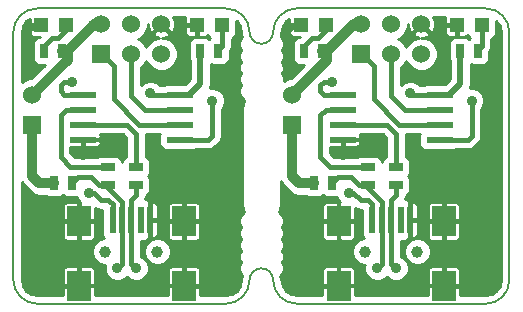
<source format=gtl>
G04 (created by PCBNEW (2012-nov-02)-testing) date Sun 20 Jan 2013 14:43:11 CET*
%MOIN*%
G04 Gerber Fmt 3.4, Leading zero omitted, Abs format*
%FSLAX34Y34*%
G01*
G70*
G90*
G04 APERTURE LIST*
%ADD10C,0.006*%
%ADD11C,0.00590551*%
%ADD12R,0.045X0.025*%
%ADD13R,0.025X0.045*%
%ADD14R,0.06X0.06*%
%ADD15C,0.06*%
%ADD16R,0.0787X0.0984*%
%ADD17R,0.0197X0.0886*%
%ADD18C,0.0394*%
%ADD19R,0.0866142X0.019685*%
%ADD20R,0.0472X0.0472*%
%ADD21C,0.035*%
%ADD22C,0.015*%
%ADD23C,0.032*%
%ADD24C,0.02*%
%ADD25C,0.01*%
G04 APERTURE END LIST*
G54D10*
G54D11*
X48031Y-48425D02*
G75*
G03X47637Y-48031I-393J0D01*
G74*
G01*
X47637Y-48031D02*
G75*
G03X47244Y-48425I0J-393D01*
G74*
G01*
X47244Y-40157D02*
G75*
G03X47637Y-40551I393J0D01*
G74*
G01*
X47637Y-40551D02*
G75*
G03X48031Y-40157I0J393D01*
G74*
G01*
X39370Y-48425D02*
G75*
G03X40157Y-49212I787J0D01*
G74*
G01*
X46456Y-39370D02*
X40157Y-39370D01*
X40157Y-49212D02*
X46456Y-49212D01*
X39370Y-40157D02*
X39370Y-48425D01*
X46456Y-49212D02*
G75*
G03X47244Y-48425I0J787D01*
G74*
G01*
X47244Y-40157D02*
G75*
G03X46456Y-39370I-787J0D01*
G74*
G01*
X40157Y-39370D02*
G75*
G03X39370Y-40157I0J-787D01*
G74*
G01*
X48031Y-48425D02*
G75*
G03X48818Y-49212I787J0D01*
G74*
G01*
X55118Y-39370D02*
X48818Y-39370D01*
X55905Y-48425D02*
X55905Y-40157D01*
X48818Y-49212D02*
X55118Y-49212D01*
X55118Y-49212D02*
G75*
G03X55905Y-48425I0J787D01*
G74*
G01*
X55905Y-40157D02*
G75*
G03X55118Y-39370I-787J0D01*
G74*
G01*
X48818Y-39370D02*
G75*
G03X48031Y-40157I0J-787D01*
G74*
G01*
G54D12*
X42519Y-45260D03*
X42519Y-44660D03*
X43464Y-45260D03*
X43464Y-44660D03*
G54D13*
X41323Y-45196D03*
X40723Y-45196D03*
X45605Y-40787D03*
X46205Y-40787D03*
G54D14*
X42307Y-40893D03*
G54D15*
X42307Y-39893D03*
X43307Y-40893D03*
X43307Y-39893D03*
X44307Y-40893D03*
X44307Y-39893D03*
G54D14*
X40000Y-43255D03*
G54D15*
X40000Y-42255D03*
G54D16*
X45059Y-48610D03*
X45059Y-46464D03*
X41555Y-48610D03*
X41555Y-46464D03*
G54D17*
X43307Y-46415D03*
X43622Y-46415D03*
X43937Y-46415D03*
X42992Y-46415D03*
X42677Y-46415D03*
G54D18*
X44173Y-47480D03*
X42441Y-47480D03*
G54D19*
X44921Y-42242D03*
X44921Y-42742D03*
X44921Y-43242D03*
X44921Y-43742D03*
X41692Y-42242D03*
X41692Y-42742D03*
X41692Y-43242D03*
X41692Y-43742D03*
G54D13*
X41008Y-40787D03*
X40408Y-40787D03*
G54D20*
X46318Y-39921D03*
X45492Y-39921D03*
X41121Y-39921D03*
X40295Y-39921D03*
G54D12*
X51181Y-45260D03*
X51181Y-44660D03*
X52125Y-45260D03*
X52125Y-44660D03*
G54D13*
X49985Y-45196D03*
X49385Y-45196D03*
X54266Y-40787D03*
X54866Y-40787D03*
G54D14*
X50968Y-40893D03*
G54D15*
X50968Y-39893D03*
X51968Y-40893D03*
X51968Y-39893D03*
X52968Y-40893D03*
X52968Y-39893D03*
G54D14*
X48661Y-43255D03*
G54D15*
X48661Y-42255D03*
G54D16*
X53720Y-48610D03*
X53720Y-46464D03*
X50216Y-48610D03*
X50216Y-46464D03*
G54D17*
X51968Y-46415D03*
X52283Y-46415D03*
X52598Y-46415D03*
X51653Y-46415D03*
X51338Y-46415D03*
G54D18*
X52834Y-47480D03*
X51102Y-47480D03*
G54D19*
X53582Y-42242D03*
X53582Y-42742D03*
X53582Y-43242D03*
X53582Y-43742D03*
X50354Y-42242D03*
X50354Y-42742D03*
X50354Y-43242D03*
X50354Y-43742D03*
G54D13*
X49670Y-40787D03*
X49070Y-40787D03*
G54D20*
X54979Y-39921D03*
X54153Y-39921D03*
X49783Y-39921D03*
X48957Y-39921D03*
G54D21*
X41889Y-45511D03*
X50551Y-45511D03*
X45984Y-42440D03*
X54645Y-42440D03*
X41338Y-41811D03*
X50000Y-41811D03*
X45000Y-41653D03*
X39842Y-41259D03*
X41692Y-44251D03*
X40275Y-46220D03*
X46141Y-46259D03*
X40787Y-48622D03*
X45984Y-48622D03*
X53661Y-41653D03*
X48503Y-41259D03*
X50354Y-44251D03*
X48937Y-46220D03*
X54803Y-46259D03*
X49448Y-48622D03*
X54645Y-48622D03*
X42834Y-48031D03*
X51496Y-48031D03*
X43464Y-48031D03*
X52125Y-48031D03*
X43937Y-42204D03*
X52598Y-42204D03*
G54D22*
X41889Y-45511D02*
X42047Y-45511D01*
X42677Y-45905D02*
X42677Y-46415D01*
X42519Y-45748D02*
X42677Y-45905D01*
X42283Y-45748D02*
X42519Y-45748D01*
X42047Y-45511D02*
X42283Y-45748D01*
X50551Y-45511D02*
X50708Y-45511D01*
X51338Y-45905D02*
X51338Y-46415D01*
X51181Y-45748D02*
X51338Y-45905D01*
X50944Y-45748D02*
X51181Y-45748D01*
X50708Y-45511D02*
X50944Y-45748D01*
X44921Y-43242D02*
X43557Y-43242D01*
X42716Y-41303D02*
X42307Y-40893D01*
X42716Y-42401D02*
X42716Y-41303D01*
X43557Y-43242D02*
X42716Y-42401D01*
X53582Y-43242D02*
X52218Y-43242D01*
X51377Y-41303D02*
X50968Y-40893D01*
X51377Y-42401D02*
X51377Y-41303D01*
X52218Y-43242D02*
X51377Y-42401D01*
X44921Y-43742D02*
X45864Y-43742D01*
X45984Y-43622D02*
X45984Y-42440D01*
X45864Y-43742D02*
X45984Y-43622D01*
X53582Y-43742D02*
X54525Y-43742D01*
X54645Y-43622D02*
X54645Y-42440D01*
X54525Y-43742D02*
X54645Y-43622D01*
X41692Y-42242D02*
X41061Y-42242D01*
X41062Y-41811D02*
X41338Y-41811D01*
X40944Y-41929D02*
X41062Y-41811D01*
X40944Y-42125D02*
X40944Y-41929D01*
X41061Y-42242D02*
X40944Y-42125D01*
X50354Y-42242D02*
X49722Y-42242D01*
X49724Y-41811D02*
X50000Y-41811D01*
X49606Y-41929D02*
X49724Y-41811D01*
X49606Y-42125D02*
X49606Y-41929D01*
X49722Y-42242D02*
X49606Y-42125D01*
X44921Y-42742D02*
X43765Y-42742D01*
X43307Y-42283D02*
X43307Y-40893D01*
X43765Y-42742D02*
X43307Y-42283D01*
X53582Y-42742D02*
X52427Y-42742D01*
X51968Y-42283D02*
X51968Y-40893D01*
X52427Y-42742D02*
X51968Y-42283D01*
G54D23*
X41181Y-40787D02*
X41181Y-41074D01*
X41181Y-41074D02*
X40000Y-42255D01*
X41008Y-40787D02*
X41181Y-40787D01*
X42074Y-39893D02*
X42307Y-39893D01*
X41181Y-40787D02*
X42074Y-39893D01*
X49842Y-40787D02*
X49842Y-41074D01*
X49842Y-41074D02*
X48661Y-42255D01*
X49670Y-40787D02*
X49842Y-40787D01*
X50736Y-39893D02*
X50968Y-39893D01*
X49842Y-40787D02*
X50736Y-39893D01*
G54D22*
X40295Y-39921D02*
X40078Y-39921D01*
X39842Y-40157D02*
X39842Y-41259D01*
X40078Y-39921D02*
X39842Y-40157D01*
X41692Y-43742D02*
X41692Y-44251D01*
X41555Y-46464D02*
X40519Y-46464D01*
X40519Y-46464D02*
X40275Y-46220D01*
X45059Y-46464D02*
X45937Y-46464D01*
X45937Y-46464D02*
X46141Y-46259D01*
X41555Y-48610D02*
X40799Y-48610D01*
X40799Y-48610D02*
X40787Y-48622D01*
X45059Y-48610D02*
X45972Y-48610D01*
X45972Y-48610D02*
X45984Y-48622D01*
X43937Y-46415D02*
X43937Y-45708D01*
X43937Y-45708D02*
X43937Y-45708D01*
X43937Y-46415D02*
X43937Y-47047D01*
X43937Y-47047D02*
X43937Y-47047D01*
X48957Y-39921D02*
X48740Y-39921D01*
X48503Y-40157D02*
X48503Y-41259D01*
X48740Y-39921D02*
X48503Y-40157D01*
X50354Y-43742D02*
X50354Y-44251D01*
X50216Y-46464D02*
X49180Y-46464D01*
X49180Y-46464D02*
X48937Y-46220D01*
X53720Y-46464D02*
X54598Y-46464D01*
X54598Y-46464D02*
X54803Y-46259D01*
X50216Y-48610D02*
X49460Y-48610D01*
X49460Y-48610D02*
X49448Y-48622D01*
X53720Y-48610D02*
X54633Y-48610D01*
X54633Y-48610D02*
X54645Y-48622D01*
X52598Y-46415D02*
X52598Y-45708D01*
X52598Y-45708D02*
X52598Y-45708D01*
X52598Y-46415D02*
X52598Y-47047D01*
X52598Y-47047D02*
X52598Y-47047D01*
X41121Y-39921D02*
X41121Y-40098D01*
X40408Y-40614D02*
X40408Y-40787D01*
X40669Y-40354D02*
X40408Y-40614D01*
X40866Y-40354D02*
X40669Y-40354D01*
X41121Y-40098D02*
X40866Y-40354D01*
X42519Y-44660D02*
X41274Y-44660D01*
X41116Y-42742D02*
X41692Y-42742D01*
X40944Y-42913D02*
X41116Y-42742D01*
X40944Y-44330D02*
X40944Y-42913D01*
X41274Y-44660D02*
X40944Y-44330D01*
X51181Y-44660D02*
X49936Y-44660D01*
X49777Y-42742D02*
X50354Y-42742D01*
X49606Y-42913D02*
X49777Y-42742D01*
X49606Y-44330D02*
X49606Y-42913D01*
X49936Y-44660D02*
X49606Y-44330D01*
X43464Y-44660D02*
X43464Y-43543D01*
X43163Y-43242D02*
X41692Y-43242D01*
X43464Y-43543D02*
X43163Y-43242D01*
X52125Y-44660D02*
X52125Y-43543D01*
X51824Y-43242D02*
X50354Y-43242D01*
X52125Y-43543D02*
X51824Y-43242D01*
X49783Y-39921D02*
X49783Y-40098D01*
X49070Y-40614D02*
X49070Y-40787D01*
X49330Y-40354D02*
X49070Y-40614D01*
X49527Y-40354D02*
X49330Y-40354D01*
X49783Y-40098D02*
X49527Y-40354D01*
X42992Y-47874D02*
X42992Y-46415D01*
X42834Y-48031D02*
X42992Y-47874D01*
X42519Y-45260D02*
X42229Y-45260D01*
X41520Y-45000D02*
X41323Y-45196D01*
X41968Y-45000D02*
X41520Y-45000D01*
X42229Y-45260D02*
X41968Y-45000D01*
X42992Y-46415D02*
X42992Y-45826D01*
X42519Y-45354D02*
X42519Y-45260D01*
X42992Y-45826D02*
X42519Y-45354D01*
X51653Y-47874D02*
X51653Y-46415D01*
X51496Y-48031D02*
X51653Y-47874D01*
X51181Y-45260D02*
X50890Y-45260D01*
X50181Y-45000D02*
X49985Y-45196D01*
X50629Y-45000D02*
X50181Y-45000D01*
X50890Y-45260D02*
X50629Y-45000D01*
X51653Y-46415D02*
X51653Y-45826D01*
X51181Y-45354D02*
X51181Y-45260D01*
X51653Y-45826D02*
X51181Y-45354D01*
X43307Y-47874D02*
X43307Y-46415D01*
X43464Y-48031D02*
X43307Y-47874D01*
X43307Y-46415D02*
X43307Y-45748D01*
X43464Y-45590D02*
X43464Y-45260D01*
X43307Y-45748D02*
X43464Y-45590D01*
X51968Y-47874D02*
X51968Y-46415D01*
X52125Y-48031D02*
X51968Y-47874D01*
X51968Y-46415D02*
X51968Y-45748D01*
X52125Y-45590D02*
X52125Y-45260D01*
X51968Y-45748D02*
X52125Y-45590D01*
X46205Y-40787D02*
X46205Y-40723D01*
X46318Y-40610D02*
X46318Y-39921D01*
X46205Y-40723D02*
X46318Y-40610D01*
X54866Y-40787D02*
X54866Y-40723D01*
X54979Y-40610D02*
X54979Y-39921D01*
X54866Y-40723D02*
X54979Y-40610D01*
X44921Y-42242D02*
X43974Y-42242D01*
X43974Y-42242D02*
X43937Y-42204D01*
G54D24*
X44921Y-42242D02*
X45238Y-42242D01*
X45605Y-41874D02*
X45605Y-40787D01*
X45238Y-42242D02*
X45605Y-41874D01*
G54D23*
X40723Y-45196D02*
X40236Y-45196D01*
X40236Y-45196D02*
X40000Y-44960D01*
X40000Y-44960D02*
X40000Y-43255D01*
G54D22*
X53582Y-42242D02*
X52635Y-42242D01*
X52635Y-42242D02*
X52598Y-42204D01*
G54D24*
X53582Y-42242D02*
X53899Y-42242D01*
X54266Y-41874D02*
X54266Y-40787D01*
X53899Y-42242D02*
X54266Y-41874D01*
G54D23*
X49385Y-45196D02*
X48897Y-45196D01*
X48897Y-45196D02*
X48661Y-44960D01*
X48661Y-44960D02*
X48661Y-43255D01*
G54D10*
G36*
X40413Y-41262D02*
X39970Y-41705D01*
X39891Y-41705D01*
X39688Y-41789D01*
X39649Y-41828D01*
X39649Y-40185D01*
X39693Y-39964D01*
X39801Y-39802D01*
X39909Y-39730D01*
X39909Y-39858D01*
X39947Y-39896D01*
X40220Y-39896D01*
X40270Y-39896D01*
X40320Y-39896D01*
X40320Y-39946D01*
X40270Y-39946D01*
X40220Y-39946D01*
X39947Y-39946D01*
X39909Y-39983D01*
X39909Y-40127D01*
X39909Y-40187D01*
X39932Y-40242D01*
X39974Y-40284D01*
X40029Y-40307D01*
X40233Y-40307D01*
X40256Y-40307D01*
X40251Y-40312D01*
X40234Y-40312D01*
X40142Y-40350D01*
X40071Y-40420D01*
X40033Y-40512D01*
X40033Y-40611D01*
X40033Y-41061D01*
X40071Y-41153D01*
X40141Y-41224D01*
X40233Y-41262D01*
X40333Y-41262D01*
X40413Y-41262D01*
X40413Y-41262D01*
G37*
G54D25*
X40413Y-41262D02*
X39970Y-41705D01*
X39891Y-41705D01*
X39688Y-41789D01*
X39649Y-41828D01*
X39649Y-40185D01*
X39693Y-39964D01*
X39801Y-39802D01*
X39909Y-39730D01*
X39909Y-39858D01*
X39947Y-39896D01*
X40220Y-39896D01*
X40270Y-39896D01*
X40320Y-39896D01*
X40320Y-39946D01*
X40270Y-39946D01*
X40220Y-39946D01*
X39947Y-39946D01*
X39909Y-39983D01*
X39909Y-40127D01*
X39909Y-40187D01*
X39932Y-40242D01*
X39974Y-40284D01*
X40029Y-40307D01*
X40233Y-40307D01*
X40256Y-40307D01*
X40251Y-40312D01*
X40234Y-40312D01*
X40142Y-40350D01*
X40071Y-40420D01*
X40033Y-40512D01*
X40033Y-40611D01*
X40033Y-41061D01*
X40071Y-41153D01*
X40141Y-41224D01*
X40233Y-41262D01*
X40333Y-41262D01*
X40413Y-41262D01*
G54D10*
G36*
X43139Y-44306D02*
X43098Y-44323D01*
X43027Y-44393D01*
X42992Y-44479D01*
X42956Y-44394D01*
X42886Y-44323D01*
X42794Y-44285D01*
X42695Y-44285D01*
X42276Y-44285D01*
X42276Y-43870D01*
X42275Y-43804D01*
X42238Y-43767D01*
X41717Y-43767D01*
X41717Y-43953D01*
X41755Y-43990D01*
X42096Y-43990D01*
X42155Y-43990D01*
X42211Y-43967D01*
X42253Y-43925D01*
X42276Y-43870D01*
X42276Y-44285D01*
X42245Y-44285D01*
X42153Y-44323D01*
X42141Y-44335D01*
X41409Y-44335D01*
X41269Y-44196D01*
X41269Y-43990D01*
X41289Y-43990D01*
X41630Y-43990D01*
X41667Y-43953D01*
X41667Y-43817D01*
X41667Y-43767D01*
X41667Y-43717D01*
X41717Y-43717D01*
X41767Y-43717D01*
X42238Y-43717D01*
X42275Y-43679D01*
X42276Y-43613D01*
X42256Y-43567D01*
X43028Y-43567D01*
X43139Y-43677D01*
X43139Y-44306D01*
X43139Y-44306D01*
G37*
G54D25*
X43139Y-44306D02*
X43098Y-44323D01*
X43027Y-44393D01*
X42992Y-44479D01*
X42956Y-44394D01*
X42886Y-44323D01*
X42794Y-44285D01*
X42695Y-44285D01*
X42276Y-44285D01*
X42276Y-43870D01*
X42275Y-43804D01*
X42238Y-43767D01*
X41717Y-43767D01*
X41717Y-43953D01*
X41755Y-43990D01*
X42096Y-43990D01*
X42155Y-43990D01*
X42211Y-43967D01*
X42253Y-43925D01*
X42276Y-43870D01*
X42276Y-44285D01*
X42245Y-44285D01*
X42153Y-44323D01*
X42141Y-44335D01*
X41409Y-44335D01*
X41269Y-44196D01*
X41269Y-43990D01*
X41289Y-43990D01*
X41630Y-43990D01*
X41667Y-43953D01*
X41667Y-43817D01*
X41667Y-43767D01*
X41667Y-43717D01*
X41717Y-43717D01*
X41767Y-43717D01*
X42238Y-43717D01*
X42275Y-43679D01*
X42276Y-43613D01*
X42256Y-43567D01*
X43028Y-43567D01*
X43139Y-43677D01*
X43139Y-44306D01*
G54D10*
G36*
X45930Y-40358D02*
X45905Y-40383D01*
X45872Y-40350D01*
X45780Y-40312D01*
X45681Y-40312D01*
X45467Y-40312D01*
X45467Y-40269D01*
X45467Y-39946D01*
X45144Y-39946D01*
X45106Y-39983D01*
X45106Y-40127D01*
X45106Y-40187D01*
X45129Y-40242D01*
X45171Y-40284D01*
X45226Y-40307D01*
X45430Y-40307D01*
X45467Y-40269D01*
X45467Y-40312D01*
X45431Y-40312D01*
X45339Y-40350D01*
X45268Y-40420D01*
X45230Y-40512D01*
X45230Y-40611D01*
X45230Y-41061D01*
X45255Y-41122D01*
X45255Y-41729D01*
X45093Y-41892D01*
X44921Y-41892D01*
X44913Y-41893D01*
X44438Y-41893D01*
X44381Y-41917D01*
X44250Y-41917D01*
X44178Y-41844D01*
X44021Y-41779D01*
X43852Y-41779D01*
X43696Y-41844D01*
X43632Y-41908D01*
X43632Y-41346D01*
X43773Y-41205D01*
X43807Y-41123D01*
X43840Y-41204D01*
X43995Y-41359D01*
X44197Y-41443D01*
X44416Y-41443D01*
X44618Y-41360D01*
X44773Y-41205D01*
X44856Y-41003D01*
X44857Y-40784D01*
X44773Y-40582D01*
X44619Y-40427D01*
X44416Y-40343D01*
X44310Y-40343D01*
X44403Y-40342D01*
X44556Y-40279D01*
X44586Y-40208D01*
X44307Y-39929D01*
X44027Y-40208D01*
X44058Y-40279D01*
X44220Y-40343D01*
X44198Y-40343D01*
X43995Y-40427D01*
X43841Y-40581D01*
X43807Y-40663D01*
X43773Y-40582D01*
X43619Y-40427D01*
X43537Y-40393D01*
X43618Y-40360D01*
X43773Y-40205D01*
X43856Y-40003D01*
X43857Y-39896D01*
X43858Y-39990D01*
X43921Y-40142D01*
X43992Y-40173D01*
X44236Y-39929D01*
X44236Y-39929D01*
X44271Y-39893D01*
X44307Y-39858D01*
X44377Y-39929D01*
X44622Y-40173D01*
X44692Y-40142D01*
X44758Y-39976D01*
X44755Y-39797D01*
X44694Y-39649D01*
X45108Y-39649D01*
X45106Y-39655D01*
X45106Y-39714D01*
X45106Y-39858D01*
X45144Y-39896D01*
X45417Y-39896D01*
X45467Y-39896D01*
X45517Y-39896D01*
X45517Y-39946D01*
X45517Y-39996D01*
X45517Y-40269D01*
X45555Y-40307D01*
X45758Y-40307D01*
X45813Y-40284D01*
X45849Y-40248D01*
X45870Y-40298D01*
X45930Y-40358D01*
X45930Y-40358D01*
G37*
G54D25*
X45930Y-40358D02*
X45905Y-40383D01*
X45872Y-40350D01*
X45780Y-40312D01*
X45681Y-40312D01*
X45467Y-40312D01*
X45467Y-40269D01*
X45467Y-39946D01*
X45144Y-39946D01*
X45106Y-39983D01*
X45106Y-40127D01*
X45106Y-40187D01*
X45129Y-40242D01*
X45171Y-40284D01*
X45226Y-40307D01*
X45430Y-40307D01*
X45467Y-40269D01*
X45467Y-40312D01*
X45431Y-40312D01*
X45339Y-40350D01*
X45268Y-40420D01*
X45230Y-40512D01*
X45230Y-40611D01*
X45230Y-41061D01*
X45255Y-41122D01*
X45255Y-41729D01*
X45093Y-41892D01*
X44921Y-41892D01*
X44913Y-41893D01*
X44438Y-41893D01*
X44381Y-41917D01*
X44250Y-41917D01*
X44178Y-41844D01*
X44021Y-41779D01*
X43852Y-41779D01*
X43696Y-41844D01*
X43632Y-41908D01*
X43632Y-41346D01*
X43773Y-41205D01*
X43807Y-41123D01*
X43840Y-41204D01*
X43995Y-41359D01*
X44197Y-41443D01*
X44416Y-41443D01*
X44618Y-41360D01*
X44773Y-41205D01*
X44856Y-41003D01*
X44857Y-40784D01*
X44773Y-40582D01*
X44619Y-40427D01*
X44416Y-40343D01*
X44310Y-40343D01*
X44403Y-40342D01*
X44556Y-40279D01*
X44586Y-40208D01*
X44307Y-39929D01*
X44027Y-40208D01*
X44058Y-40279D01*
X44220Y-40343D01*
X44198Y-40343D01*
X43995Y-40427D01*
X43841Y-40581D01*
X43807Y-40663D01*
X43773Y-40582D01*
X43619Y-40427D01*
X43537Y-40393D01*
X43618Y-40360D01*
X43773Y-40205D01*
X43856Y-40003D01*
X43857Y-39896D01*
X43858Y-39990D01*
X43921Y-40142D01*
X43992Y-40173D01*
X44236Y-39929D01*
X44236Y-39929D01*
X44271Y-39893D01*
X44307Y-39858D01*
X44377Y-39929D01*
X44622Y-40173D01*
X44692Y-40142D01*
X44758Y-39976D01*
X44755Y-39797D01*
X44694Y-39649D01*
X45108Y-39649D01*
X45106Y-39655D01*
X45106Y-39714D01*
X45106Y-39858D01*
X45144Y-39896D01*
X45417Y-39896D01*
X45467Y-39896D01*
X45517Y-39896D01*
X45517Y-39946D01*
X45517Y-39996D01*
X45517Y-40269D01*
X45555Y-40307D01*
X45758Y-40307D01*
X45813Y-40284D01*
X45849Y-40248D01*
X45870Y-40298D01*
X45930Y-40358D01*
G54D10*
G36*
X47046Y-46161D02*
X46948Y-46259D01*
X46895Y-46387D01*
X46895Y-46525D01*
X46948Y-46653D01*
X46895Y-46780D01*
X46895Y-46919D01*
X46948Y-47047D01*
X46895Y-47174D01*
X46895Y-47313D01*
X46948Y-47441D01*
X46895Y-47568D01*
X46895Y-47706D01*
X46948Y-47834D01*
X46895Y-47961D01*
X46895Y-48100D01*
X46948Y-48228D01*
X47005Y-48285D01*
X46970Y-48370D01*
X46921Y-48616D01*
X46811Y-48780D01*
X46649Y-48889D01*
X46429Y-48933D01*
X45602Y-48933D01*
X45602Y-48148D01*
X45602Y-46926D01*
X45602Y-46002D01*
X45602Y-45942D01*
X45579Y-45887D01*
X45537Y-45845D01*
X45482Y-45822D01*
X45121Y-45822D01*
X45084Y-45859D01*
X45084Y-46439D01*
X45565Y-46439D01*
X45602Y-46401D01*
X45602Y-46002D01*
X45602Y-46926D01*
X45602Y-46526D01*
X45565Y-46489D01*
X45084Y-46489D01*
X45084Y-47068D01*
X45121Y-47106D01*
X45482Y-47106D01*
X45537Y-47083D01*
X45579Y-47041D01*
X45602Y-46986D01*
X45602Y-46926D01*
X45602Y-48148D01*
X45602Y-48088D01*
X45579Y-48033D01*
X45537Y-47991D01*
X45482Y-47968D01*
X45121Y-47968D01*
X45084Y-48005D01*
X45084Y-48585D01*
X45565Y-48585D01*
X45602Y-48547D01*
X45602Y-48148D01*
X45602Y-48933D01*
X45602Y-48933D01*
X45602Y-48672D01*
X45565Y-48635D01*
X45134Y-48635D01*
X45084Y-48635D01*
X45034Y-48635D01*
X45034Y-48585D01*
X45034Y-48005D01*
X45034Y-47068D01*
X45034Y-46489D01*
X45034Y-46439D01*
X45034Y-45859D01*
X44996Y-45822D01*
X44635Y-45822D01*
X44580Y-45845D01*
X44538Y-45887D01*
X44515Y-45942D01*
X44515Y-46002D01*
X44515Y-46401D01*
X44553Y-46439D01*
X45034Y-46439D01*
X45034Y-46489D01*
X44553Y-46489D01*
X44515Y-46526D01*
X44515Y-46926D01*
X44515Y-46986D01*
X44538Y-47041D01*
X44580Y-47083D01*
X44635Y-47106D01*
X44996Y-47106D01*
X45034Y-47068D01*
X45034Y-48005D01*
X44996Y-47968D01*
X44635Y-47968D01*
X44620Y-47974D01*
X44620Y-47391D01*
X44552Y-47227D01*
X44426Y-47101D01*
X44262Y-47033D01*
X44084Y-47033D01*
X43920Y-47101D01*
X43794Y-47226D01*
X43726Y-47391D01*
X43726Y-47568D01*
X43793Y-47733D01*
X43919Y-47859D01*
X44083Y-47927D01*
X44261Y-47927D01*
X44425Y-47859D01*
X44551Y-47733D01*
X44620Y-47569D01*
X44620Y-47391D01*
X44620Y-47974D01*
X44580Y-47991D01*
X44538Y-48033D01*
X44515Y-48088D01*
X44515Y-48148D01*
X44515Y-48547D01*
X44553Y-48585D01*
X45034Y-48585D01*
X45034Y-48635D01*
X44984Y-48635D01*
X44553Y-48635D01*
X44515Y-48672D01*
X44515Y-48933D01*
X42098Y-48933D01*
X42098Y-48148D01*
X42098Y-48088D01*
X42075Y-48033D01*
X42033Y-47991D01*
X41978Y-47968D01*
X41617Y-47968D01*
X41580Y-48005D01*
X41580Y-48585D01*
X42061Y-48585D01*
X42098Y-48547D01*
X42098Y-48148D01*
X42098Y-48933D01*
X42098Y-48933D01*
X42098Y-48672D01*
X42061Y-48635D01*
X41630Y-48635D01*
X41580Y-48635D01*
X41530Y-48635D01*
X41530Y-48585D01*
X41530Y-48005D01*
X41530Y-47068D01*
X41530Y-46489D01*
X41530Y-46439D01*
X41530Y-45859D01*
X41492Y-45822D01*
X41131Y-45822D01*
X41076Y-45845D01*
X41034Y-45887D01*
X41011Y-45942D01*
X41011Y-46002D01*
X41011Y-46401D01*
X41049Y-46439D01*
X41530Y-46439D01*
X41530Y-46489D01*
X41049Y-46489D01*
X41011Y-46526D01*
X41011Y-46926D01*
X41011Y-46986D01*
X41034Y-47041D01*
X41076Y-47083D01*
X41131Y-47106D01*
X41492Y-47106D01*
X41530Y-47068D01*
X41530Y-48005D01*
X41492Y-47968D01*
X41131Y-47968D01*
X41076Y-47991D01*
X41034Y-48033D01*
X41011Y-48088D01*
X41011Y-48148D01*
X41011Y-48547D01*
X41049Y-48585D01*
X41530Y-48585D01*
X41530Y-48635D01*
X41480Y-48635D01*
X41049Y-48635D01*
X41011Y-48672D01*
X41011Y-48933D01*
X40183Y-48933D01*
X39965Y-48889D01*
X39801Y-48780D01*
X39693Y-48618D01*
X39649Y-48397D01*
X39649Y-45160D01*
X39710Y-45250D01*
X39946Y-45486D01*
X40079Y-45575D01*
X40079Y-45575D01*
X40236Y-45606D01*
X40430Y-45606D01*
X40456Y-45633D01*
X40548Y-45671D01*
X40648Y-45671D01*
X40898Y-45671D01*
X40990Y-45633D01*
X41023Y-45600D01*
X41056Y-45633D01*
X41148Y-45671D01*
X41248Y-45671D01*
X41496Y-45671D01*
X41529Y-45752D01*
X41608Y-45831D01*
X41580Y-45859D01*
X41580Y-46439D01*
X42061Y-46439D01*
X42098Y-46401D01*
X42098Y-46007D01*
X42159Y-46048D01*
X42159Y-46048D01*
X42283Y-46073D01*
X42328Y-46073D01*
X42328Y-46907D01*
X42366Y-46999D01*
X42400Y-47033D01*
X42352Y-47033D01*
X42188Y-47101D01*
X42098Y-47190D01*
X42098Y-46926D01*
X42098Y-46526D01*
X42061Y-46489D01*
X41580Y-46489D01*
X41580Y-47068D01*
X41617Y-47106D01*
X41978Y-47106D01*
X42033Y-47083D01*
X42075Y-47041D01*
X42098Y-46986D01*
X42098Y-46926D01*
X42098Y-47190D01*
X42062Y-47226D01*
X41994Y-47391D01*
X41994Y-47568D01*
X42061Y-47733D01*
X42187Y-47859D01*
X42351Y-47927D01*
X42417Y-47927D01*
X42409Y-47946D01*
X42409Y-48115D01*
X42474Y-48271D01*
X42593Y-48391D01*
X42749Y-48456D01*
X42918Y-48456D01*
X43075Y-48392D01*
X43149Y-48317D01*
X43223Y-48391D01*
X43379Y-48456D01*
X43548Y-48456D01*
X43704Y-48392D01*
X43824Y-48272D01*
X43889Y-48116D01*
X43889Y-47947D01*
X43825Y-47791D01*
X43705Y-47671D01*
X43632Y-47640D01*
X43632Y-47108D01*
X43770Y-47108D01*
X43862Y-47070D01*
X43932Y-47000D01*
X43962Y-46928D01*
X43962Y-46970D01*
X43999Y-47008D01*
X44065Y-47008D01*
X44120Y-46985D01*
X44162Y-46943D01*
X44185Y-46888D01*
X44185Y-46828D01*
X44185Y-46477D01*
X44148Y-46440D01*
X43970Y-46440D01*
X43970Y-46390D01*
X44148Y-46390D01*
X44185Y-46352D01*
X44185Y-46002D01*
X44185Y-45942D01*
X44162Y-45887D01*
X44120Y-45845D01*
X44065Y-45822D01*
X43999Y-45822D01*
X43962Y-45859D01*
X43962Y-45902D01*
X43932Y-45830D01*
X43862Y-45760D01*
X43770Y-45722D01*
X43759Y-45722D01*
X43764Y-45714D01*
X43764Y-45714D01*
X43784Y-45616D01*
X43830Y-45597D01*
X43901Y-45527D01*
X43939Y-45435D01*
X43939Y-45336D01*
X43939Y-45086D01*
X43901Y-44994D01*
X43868Y-44960D01*
X43901Y-44927D01*
X43939Y-44835D01*
X43939Y-44736D01*
X43939Y-44486D01*
X43901Y-44394D01*
X43831Y-44323D01*
X43789Y-44306D01*
X43789Y-43567D01*
X44249Y-43567D01*
X44238Y-43593D01*
X44238Y-43693D01*
X44238Y-43890D01*
X44276Y-43981D01*
X44346Y-44052D01*
X44438Y-44090D01*
X44537Y-44090D01*
X45403Y-44090D01*
X45460Y-44067D01*
X45864Y-44067D01*
X45988Y-44042D01*
X45988Y-44042D01*
X46093Y-43971D01*
X46214Y-43851D01*
X46284Y-43746D01*
X46284Y-43746D01*
X46309Y-43622D01*
X46309Y-42717D01*
X46344Y-42682D01*
X46409Y-42525D01*
X46409Y-42356D01*
X46344Y-42200D01*
X46225Y-42080D01*
X46069Y-42016D01*
X45924Y-42015D01*
X45928Y-42008D01*
X45955Y-41874D01*
X45955Y-41231D01*
X46030Y-41262D01*
X46130Y-41262D01*
X46380Y-41262D01*
X46471Y-41224D01*
X46542Y-41154D01*
X46580Y-41062D01*
X46580Y-40962D01*
X46580Y-40792D01*
X46580Y-40792D01*
X46618Y-40734D01*
X46618Y-40734D01*
X46643Y-40610D01*
X46643Y-40390D01*
X46695Y-40369D01*
X46766Y-40299D01*
X46804Y-40207D01*
X46804Y-40107D01*
X46804Y-39797D01*
X46811Y-39801D01*
X46921Y-39965D01*
X46969Y-40210D01*
X46969Y-40211D01*
X46989Y-40312D01*
X46948Y-40353D01*
X46895Y-40481D01*
X46895Y-40620D01*
X46948Y-40748D01*
X46895Y-40875D01*
X46895Y-41013D01*
X46948Y-41141D01*
X46895Y-41268D01*
X46895Y-41407D01*
X46948Y-41535D01*
X46895Y-41662D01*
X46895Y-41801D01*
X46948Y-41929D01*
X46895Y-42056D01*
X46895Y-42194D01*
X46948Y-42323D01*
X47046Y-42421D01*
X47046Y-42421D01*
X47043Y-42426D01*
X46994Y-42673D01*
X46994Y-45909D01*
X47043Y-46155D01*
X47046Y-46161D01*
X47046Y-46161D01*
G37*
G54D25*
X47046Y-46161D02*
X46948Y-46259D01*
X46895Y-46387D01*
X46895Y-46525D01*
X46948Y-46653D01*
X46895Y-46780D01*
X46895Y-46919D01*
X46948Y-47047D01*
X46895Y-47174D01*
X46895Y-47313D01*
X46948Y-47441D01*
X46895Y-47568D01*
X46895Y-47706D01*
X46948Y-47834D01*
X46895Y-47961D01*
X46895Y-48100D01*
X46948Y-48228D01*
X47005Y-48285D01*
X46970Y-48370D01*
X46921Y-48616D01*
X46811Y-48780D01*
X46649Y-48889D01*
X46429Y-48933D01*
X45602Y-48933D01*
X45602Y-48148D01*
X45602Y-46926D01*
X45602Y-46002D01*
X45602Y-45942D01*
X45579Y-45887D01*
X45537Y-45845D01*
X45482Y-45822D01*
X45121Y-45822D01*
X45084Y-45859D01*
X45084Y-46439D01*
X45565Y-46439D01*
X45602Y-46401D01*
X45602Y-46002D01*
X45602Y-46926D01*
X45602Y-46526D01*
X45565Y-46489D01*
X45084Y-46489D01*
X45084Y-47068D01*
X45121Y-47106D01*
X45482Y-47106D01*
X45537Y-47083D01*
X45579Y-47041D01*
X45602Y-46986D01*
X45602Y-46926D01*
X45602Y-48148D01*
X45602Y-48088D01*
X45579Y-48033D01*
X45537Y-47991D01*
X45482Y-47968D01*
X45121Y-47968D01*
X45084Y-48005D01*
X45084Y-48585D01*
X45565Y-48585D01*
X45602Y-48547D01*
X45602Y-48148D01*
X45602Y-48933D01*
X45602Y-48933D01*
X45602Y-48672D01*
X45565Y-48635D01*
X45134Y-48635D01*
X45084Y-48635D01*
X45034Y-48635D01*
X45034Y-48585D01*
X45034Y-48005D01*
X45034Y-47068D01*
X45034Y-46489D01*
X45034Y-46439D01*
X45034Y-45859D01*
X44996Y-45822D01*
X44635Y-45822D01*
X44580Y-45845D01*
X44538Y-45887D01*
X44515Y-45942D01*
X44515Y-46002D01*
X44515Y-46401D01*
X44553Y-46439D01*
X45034Y-46439D01*
X45034Y-46489D01*
X44553Y-46489D01*
X44515Y-46526D01*
X44515Y-46926D01*
X44515Y-46986D01*
X44538Y-47041D01*
X44580Y-47083D01*
X44635Y-47106D01*
X44996Y-47106D01*
X45034Y-47068D01*
X45034Y-48005D01*
X44996Y-47968D01*
X44635Y-47968D01*
X44620Y-47974D01*
X44620Y-47391D01*
X44552Y-47227D01*
X44426Y-47101D01*
X44262Y-47033D01*
X44084Y-47033D01*
X43920Y-47101D01*
X43794Y-47226D01*
X43726Y-47391D01*
X43726Y-47568D01*
X43793Y-47733D01*
X43919Y-47859D01*
X44083Y-47927D01*
X44261Y-47927D01*
X44425Y-47859D01*
X44551Y-47733D01*
X44620Y-47569D01*
X44620Y-47391D01*
X44620Y-47974D01*
X44580Y-47991D01*
X44538Y-48033D01*
X44515Y-48088D01*
X44515Y-48148D01*
X44515Y-48547D01*
X44553Y-48585D01*
X45034Y-48585D01*
X45034Y-48635D01*
X44984Y-48635D01*
X44553Y-48635D01*
X44515Y-48672D01*
X44515Y-48933D01*
X42098Y-48933D01*
X42098Y-48148D01*
X42098Y-48088D01*
X42075Y-48033D01*
X42033Y-47991D01*
X41978Y-47968D01*
X41617Y-47968D01*
X41580Y-48005D01*
X41580Y-48585D01*
X42061Y-48585D01*
X42098Y-48547D01*
X42098Y-48148D01*
X42098Y-48933D01*
X42098Y-48933D01*
X42098Y-48672D01*
X42061Y-48635D01*
X41630Y-48635D01*
X41580Y-48635D01*
X41530Y-48635D01*
X41530Y-48585D01*
X41530Y-48005D01*
X41530Y-47068D01*
X41530Y-46489D01*
X41530Y-46439D01*
X41530Y-45859D01*
X41492Y-45822D01*
X41131Y-45822D01*
X41076Y-45845D01*
X41034Y-45887D01*
X41011Y-45942D01*
X41011Y-46002D01*
X41011Y-46401D01*
X41049Y-46439D01*
X41530Y-46439D01*
X41530Y-46489D01*
X41049Y-46489D01*
X41011Y-46526D01*
X41011Y-46926D01*
X41011Y-46986D01*
X41034Y-47041D01*
X41076Y-47083D01*
X41131Y-47106D01*
X41492Y-47106D01*
X41530Y-47068D01*
X41530Y-48005D01*
X41492Y-47968D01*
X41131Y-47968D01*
X41076Y-47991D01*
X41034Y-48033D01*
X41011Y-48088D01*
X41011Y-48148D01*
X41011Y-48547D01*
X41049Y-48585D01*
X41530Y-48585D01*
X41530Y-48635D01*
X41480Y-48635D01*
X41049Y-48635D01*
X41011Y-48672D01*
X41011Y-48933D01*
X40183Y-48933D01*
X39965Y-48889D01*
X39801Y-48780D01*
X39693Y-48618D01*
X39649Y-48397D01*
X39649Y-45160D01*
X39710Y-45250D01*
X39946Y-45486D01*
X40079Y-45575D01*
X40079Y-45575D01*
X40236Y-45606D01*
X40430Y-45606D01*
X40456Y-45633D01*
X40548Y-45671D01*
X40648Y-45671D01*
X40898Y-45671D01*
X40990Y-45633D01*
X41023Y-45600D01*
X41056Y-45633D01*
X41148Y-45671D01*
X41248Y-45671D01*
X41496Y-45671D01*
X41529Y-45752D01*
X41608Y-45831D01*
X41580Y-45859D01*
X41580Y-46439D01*
X42061Y-46439D01*
X42098Y-46401D01*
X42098Y-46007D01*
X42159Y-46048D01*
X42159Y-46048D01*
X42283Y-46073D01*
X42328Y-46073D01*
X42328Y-46907D01*
X42366Y-46999D01*
X42400Y-47033D01*
X42352Y-47033D01*
X42188Y-47101D01*
X42098Y-47190D01*
X42098Y-46926D01*
X42098Y-46526D01*
X42061Y-46489D01*
X41580Y-46489D01*
X41580Y-47068D01*
X41617Y-47106D01*
X41978Y-47106D01*
X42033Y-47083D01*
X42075Y-47041D01*
X42098Y-46986D01*
X42098Y-46926D01*
X42098Y-47190D01*
X42062Y-47226D01*
X41994Y-47391D01*
X41994Y-47568D01*
X42061Y-47733D01*
X42187Y-47859D01*
X42351Y-47927D01*
X42417Y-47927D01*
X42409Y-47946D01*
X42409Y-48115D01*
X42474Y-48271D01*
X42593Y-48391D01*
X42749Y-48456D01*
X42918Y-48456D01*
X43075Y-48392D01*
X43149Y-48317D01*
X43223Y-48391D01*
X43379Y-48456D01*
X43548Y-48456D01*
X43704Y-48392D01*
X43824Y-48272D01*
X43889Y-48116D01*
X43889Y-47947D01*
X43825Y-47791D01*
X43705Y-47671D01*
X43632Y-47640D01*
X43632Y-47108D01*
X43770Y-47108D01*
X43862Y-47070D01*
X43932Y-47000D01*
X43962Y-46928D01*
X43962Y-46970D01*
X43999Y-47008D01*
X44065Y-47008D01*
X44120Y-46985D01*
X44162Y-46943D01*
X44185Y-46888D01*
X44185Y-46828D01*
X44185Y-46477D01*
X44148Y-46440D01*
X43970Y-46440D01*
X43970Y-46390D01*
X44148Y-46390D01*
X44185Y-46352D01*
X44185Y-46002D01*
X44185Y-45942D01*
X44162Y-45887D01*
X44120Y-45845D01*
X44065Y-45822D01*
X43999Y-45822D01*
X43962Y-45859D01*
X43962Y-45902D01*
X43932Y-45830D01*
X43862Y-45760D01*
X43770Y-45722D01*
X43759Y-45722D01*
X43764Y-45714D01*
X43764Y-45714D01*
X43784Y-45616D01*
X43830Y-45597D01*
X43901Y-45527D01*
X43939Y-45435D01*
X43939Y-45336D01*
X43939Y-45086D01*
X43901Y-44994D01*
X43868Y-44960D01*
X43901Y-44927D01*
X43939Y-44835D01*
X43939Y-44736D01*
X43939Y-44486D01*
X43901Y-44394D01*
X43831Y-44323D01*
X43789Y-44306D01*
X43789Y-43567D01*
X44249Y-43567D01*
X44238Y-43593D01*
X44238Y-43693D01*
X44238Y-43890D01*
X44276Y-43981D01*
X44346Y-44052D01*
X44438Y-44090D01*
X44537Y-44090D01*
X45403Y-44090D01*
X45460Y-44067D01*
X45864Y-44067D01*
X45988Y-44042D01*
X45988Y-44042D01*
X46093Y-43971D01*
X46214Y-43851D01*
X46284Y-43746D01*
X46284Y-43746D01*
X46309Y-43622D01*
X46309Y-42717D01*
X46344Y-42682D01*
X46409Y-42525D01*
X46409Y-42356D01*
X46344Y-42200D01*
X46225Y-42080D01*
X46069Y-42016D01*
X45924Y-42015D01*
X45928Y-42008D01*
X45955Y-41874D01*
X45955Y-41231D01*
X46030Y-41262D01*
X46130Y-41262D01*
X46380Y-41262D01*
X46471Y-41224D01*
X46542Y-41154D01*
X46580Y-41062D01*
X46580Y-40962D01*
X46580Y-40792D01*
X46580Y-40792D01*
X46618Y-40734D01*
X46618Y-40734D01*
X46643Y-40610D01*
X46643Y-40390D01*
X46695Y-40369D01*
X46766Y-40299D01*
X46804Y-40207D01*
X46804Y-40107D01*
X46804Y-39797D01*
X46811Y-39801D01*
X46921Y-39965D01*
X46969Y-40210D01*
X46969Y-40211D01*
X46989Y-40312D01*
X46948Y-40353D01*
X46895Y-40481D01*
X46895Y-40620D01*
X46948Y-40748D01*
X46895Y-40875D01*
X46895Y-41013D01*
X46948Y-41141D01*
X46895Y-41268D01*
X46895Y-41407D01*
X46948Y-41535D01*
X46895Y-41662D01*
X46895Y-41801D01*
X46948Y-41929D01*
X46895Y-42056D01*
X46895Y-42194D01*
X46948Y-42323D01*
X47046Y-42421D01*
X47046Y-42421D01*
X47043Y-42426D01*
X46994Y-42673D01*
X46994Y-45909D01*
X47043Y-46155D01*
X47046Y-46161D01*
G54D10*
G36*
X49075Y-41262D02*
X48631Y-41705D01*
X48552Y-41705D01*
X48379Y-41777D01*
X48379Y-41663D01*
X48327Y-41535D01*
X48379Y-41408D01*
X48379Y-41269D01*
X48327Y-41141D01*
X48379Y-41014D01*
X48379Y-40875D01*
X48327Y-40747D01*
X48379Y-40620D01*
X48379Y-40482D01*
X48327Y-40354D01*
X48285Y-40312D01*
X48305Y-40212D01*
X48305Y-40212D01*
X48355Y-39964D01*
X48463Y-39802D01*
X48571Y-39730D01*
X48571Y-39858D01*
X48608Y-39896D01*
X48882Y-39896D01*
X48932Y-39896D01*
X48982Y-39896D01*
X48982Y-39946D01*
X48932Y-39946D01*
X48882Y-39946D01*
X48608Y-39946D01*
X48571Y-39983D01*
X48571Y-40127D01*
X48571Y-40187D01*
X48593Y-40242D01*
X48636Y-40284D01*
X48691Y-40307D01*
X48894Y-40307D01*
X48918Y-40307D01*
X48913Y-40312D01*
X48895Y-40312D01*
X48803Y-40350D01*
X48733Y-40420D01*
X48695Y-40512D01*
X48695Y-40611D01*
X48695Y-41061D01*
X48733Y-41153D01*
X48803Y-41224D01*
X48895Y-41262D01*
X48994Y-41262D01*
X49075Y-41262D01*
X49075Y-41262D01*
G37*
G54D25*
X49075Y-41262D02*
X48631Y-41705D01*
X48552Y-41705D01*
X48379Y-41777D01*
X48379Y-41663D01*
X48327Y-41535D01*
X48379Y-41408D01*
X48379Y-41269D01*
X48327Y-41141D01*
X48379Y-41014D01*
X48379Y-40875D01*
X48327Y-40747D01*
X48379Y-40620D01*
X48379Y-40482D01*
X48327Y-40354D01*
X48285Y-40312D01*
X48305Y-40212D01*
X48305Y-40212D01*
X48355Y-39964D01*
X48463Y-39802D01*
X48571Y-39730D01*
X48571Y-39858D01*
X48608Y-39896D01*
X48882Y-39896D01*
X48932Y-39896D01*
X48982Y-39896D01*
X48982Y-39946D01*
X48932Y-39946D01*
X48882Y-39946D01*
X48608Y-39946D01*
X48571Y-39983D01*
X48571Y-40127D01*
X48571Y-40187D01*
X48593Y-40242D01*
X48636Y-40284D01*
X48691Y-40307D01*
X48894Y-40307D01*
X48918Y-40307D01*
X48913Y-40312D01*
X48895Y-40312D01*
X48803Y-40350D01*
X48733Y-40420D01*
X48695Y-40512D01*
X48695Y-40611D01*
X48695Y-41061D01*
X48733Y-41153D01*
X48803Y-41224D01*
X48895Y-41262D01*
X48994Y-41262D01*
X49075Y-41262D01*
G54D10*
G36*
X51800Y-44306D02*
X51759Y-44323D01*
X51689Y-44393D01*
X51653Y-44479D01*
X51618Y-44394D01*
X51547Y-44323D01*
X51456Y-44285D01*
X51356Y-44285D01*
X50937Y-44285D01*
X50937Y-43870D01*
X50937Y-43804D01*
X50899Y-43767D01*
X50379Y-43767D01*
X50379Y-43953D01*
X50416Y-43990D01*
X50757Y-43990D01*
X50817Y-43990D01*
X50872Y-43967D01*
X50914Y-43925D01*
X50937Y-43870D01*
X50937Y-44285D01*
X50906Y-44285D01*
X50814Y-44323D01*
X50802Y-44335D01*
X50070Y-44335D01*
X49931Y-44196D01*
X49931Y-43990D01*
X49950Y-43990D01*
X50291Y-43990D01*
X50329Y-43953D01*
X50329Y-43817D01*
X50329Y-43767D01*
X50329Y-43717D01*
X50379Y-43717D01*
X50429Y-43717D01*
X50899Y-43717D01*
X50937Y-43679D01*
X50937Y-43613D01*
X50918Y-43567D01*
X51690Y-43567D01*
X51800Y-43677D01*
X51800Y-44306D01*
X51800Y-44306D01*
G37*
G54D25*
X51800Y-44306D02*
X51759Y-44323D01*
X51689Y-44393D01*
X51653Y-44479D01*
X51618Y-44394D01*
X51547Y-44323D01*
X51456Y-44285D01*
X51356Y-44285D01*
X50937Y-44285D01*
X50937Y-43870D01*
X50937Y-43804D01*
X50899Y-43767D01*
X50379Y-43767D01*
X50379Y-43953D01*
X50416Y-43990D01*
X50757Y-43990D01*
X50817Y-43990D01*
X50872Y-43967D01*
X50914Y-43925D01*
X50937Y-43870D01*
X50937Y-44285D01*
X50906Y-44285D01*
X50814Y-44323D01*
X50802Y-44335D01*
X50070Y-44335D01*
X49931Y-44196D01*
X49931Y-43990D01*
X49950Y-43990D01*
X50291Y-43990D01*
X50329Y-43953D01*
X50329Y-43817D01*
X50329Y-43767D01*
X50329Y-43717D01*
X50379Y-43717D01*
X50429Y-43717D01*
X50899Y-43717D01*
X50937Y-43679D01*
X50937Y-43613D01*
X50918Y-43567D01*
X51690Y-43567D01*
X51800Y-43677D01*
X51800Y-44306D01*
G54D10*
G36*
X54591Y-40358D02*
X54566Y-40383D01*
X54533Y-40350D01*
X54441Y-40312D01*
X54342Y-40312D01*
X54128Y-40312D01*
X54128Y-40269D01*
X54128Y-39946D01*
X53805Y-39946D01*
X53767Y-39983D01*
X53767Y-40127D01*
X53767Y-40187D01*
X53790Y-40242D01*
X53833Y-40284D01*
X53888Y-40307D01*
X54091Y-40307D01*
X54128Y-40269D01*
X54128Y-40312D01*
X54092Y-40312D01*
X54000Y-40350D01*
X53930Y-40420D01*
X53891Y-40512D01*
X53891Y-40611D01*
X53891Y-41061D01*
X53916Y-41122D01*
X53916Y-41729D01*
X53754Y-41892D01*
X53582Y-41892D01*
X53574Y-41893D01*
X53100Y-41893D01*
X53043Y-41917D01*
X52911Y-41917D01*
X52839Y-41844D01*
X52683Y-41779D01*
X52514Y-41779D01*
X52357Y-41844D01*
X52293Y-41908D01*
X52293Y-41346D01*
X52434Y-41205D01*
X52468Y-41123D01*
X52501Y-41204D01*
X52656Y-41359D01*
X52858Y-41443D01*
X53077Y-41443D01*
X53279Y-41360D01*
X53434Y-41205D01*
X53518Y-41003D01*
X53518Y-40784D01*
X53435Y-40582D01*
X53280Y-40427D01*
X53078Y-40343D01*
X52971Y-40343D01*
X53064Y-40342D01*
X53217Y-40279D01*
X53248Y-40208D01*
X52968Y-39929D01*
X52688Y-40208D01*
X52719Y-40279D01*
X52882Y-40343D01*
X52859Y-40343D01*
X52657Y-40427D01*
X52502Y-40581D01*
X52468Y-40663D01*
X52435Y-40582D01*
X52280Y-40427D01*
X52198Y-40393D01*
X52279Y-40360D01*
X52434Y-40205D01*
X52518Y-40003D01*
X52518Y-39896D01*
X52519Y-39990D01*
X52583Y-40142D01*
X52653Y-40173D01*
X52897Y-39929D01*
X52897Y-39929D01*
X52933Y-39893D01*
X52968Y-39858D01*
X53039Y-39929D01*
X53283Y-40173D01*
X53353Y-40142D01*
X53419Y-39976D01*
X53417Y-39797D01*
X53355Y-39649D01*
X53770Y-39649D01*
X53767Y-39655D01*
X53767Y-39714D01*
X53767Y-39858D01*
X53805Y-39896D01*
X54078Y-39896D01*
X54128Y-39896D01*
X54178Y-39896D01*
X54178Y-39946D01*
X54178Y-39996D01*
X54178Y-40269D01*
X54216Y-40307D01*
X54419Y-40307D01*
X54474Y-40284D01*
X54511Y-40248D01*
X54531Y-40298D01*
X54591Y-40358D01*
X54591Y-40358D01*
G37*
G54D25*
X54591Y-40358D02*
X54566Y-40383D01*
X54533Y-40350D01*
X54441Y-40312D01*
X54342Y-40312D01*
X54128Y-40312D01*
X54128Y-40269D01*
X54128Y-39946D01*
X53805Y-39946D01*
X53767Y-39983D01*
X53767Y-40127D01*
X53767Y-40187D01*
X53790Y-40242D01*
X53833Y-40284D01*
X53888Y-40307D01*
X54091Y-40307D01*
X54128Y-40269D01*
X54128Y-40312D01*
X54092Y-40312D01*
X54000Y-40350D01*
X53930Y-40420D01*
X53891Y-40512D01*
X53891Y-40611D01*
X53891Y-41061D01*
X53916Y-41122D01*
X53916Y-41729D01*
X53754Y-41892D01*
X53582Y-41892D01*
X53574Y-41893D01*
X53100Y-41893D01*
X53043Y-41917D01*
X52911Y-41917D01*
X52839Y-41844D01*
X52683Y-41779D01*
X52514Y-41779D01*
X52357Y-41844D01*
X52293Y-41908D01*
X52293Y-41346D01*
X52434Y-41205D01*
X52468Y-41123D01*
X52501Y-41204D01*
X52656Y-41359D01*
X52858Y-41443D01*
X53077Y-41443D01*
X53279Y-41360D01*
X53434Y-41205D01*
X53518Y-41003D01*
X53518Y-40784D01*
X53435Y-40582D01*
X53280Y-40427D01*
X53078Y-40343D01*
X52971Y-40343D01*
X53064Y-40342D01*
X53217Y-40279D01*
X53248Y-40208D01*
X52968Y-39929D01*
X52688Y-40208D01*
X52719Y-40279D01*
X52882Y-40343D01*
X52859Y-40343D01*
X52657Y-40427D01*
X52502Y-40581D01*
X52468Y-40663D01*
X52435Y-40582D01*
X52280Y-40427D01*
X52198Y-40393D01*
X52279Y-40360D01*
X52434Y-40205D01*
X52518Y-40003D01*
X52518Y-39896D01*
X52519Y-39990D01*
X52583Y-40142D01*
X52653Y-40173D01*
X52897Y-39929D01*
X52897Y-39929D01*
X52933Y-39893D01*
X52968Y-39858D01*
X53039Y-39929D01*
X53283Y-40173D01*
X53353Y-40142D01*
X53419Y-39976D01*
X53417Y-39797D01*
X53355Y-39649D01*
X53770Y-39649D01*
X53767Y-39655D01*
X53767Y-39714D01*
X53767Y-39858D01*
X53805Y-39896D01*
X54078Y-39896D01*
X54128Y-39896D01*
X54178Y-39896D01*
X54178Y-39946D01*
X54178Y-39996D01*
X54178Y-40269D01*
X54216Y-40307D01*
X54419Y-40307D01*
X54474Y-40284D01*
X54511Y-40248D01*
X54531Y-40298D01*
X54591Y-40358D01*
G54D10*
G36*
X55625Y-48398D02*
X55582Y-48616D01*
X55472Y-48780D01*
X55310Y-48889D01*
X55090Y-48933D01*
X54264Y-48933D01*
X54264Y-48148D01*
X54264Y-46926D01*
X54264Y-46002D01*
X54263Y-45942D01*
X54241Y-45887D01*
X54198Y-45845D01*
X54143Y-45822D01*
X53783Y-45822D01*
X53745Y-45859D01*
X53745Y-46439D01*
X54226Y-46439D01*
X54264Y-46401D01*
X54264Y-46002D01*
X54264Y-46926D01*
X54264Y-46526D01*
X54226Y-46489D01*
X53745Y-46489D01*
X53745Y-47068D01*
X53783Y-47106D01*
X54143Y-47106D01*
X54198Y-47083D01*
X54241Y-47041D01*
X54263Y-46986D01*
X54264Y-46926D01*
X54264Y-48148D01*
X54263Y-48088D01*
X54241Y-48033D01*
X54198Y-47991D01*
X54143Y-47968D01*
X53783Y-47968D01*
X53745Y-48005D01*
X53745Y-48585D01*
X54226Y-48585D01*
X54264Y-48547D01*
X54264Y-48148D01*
X54264Y-48933D01*
X54264Y-48933D01*
X54264Y-48672D01*
X54226Y-48635D01*
X53795Y-48635D01*
X53745Y-48635D01*
X53695Y-48635D01*
X53695Y-48585D01*
X53695Y-48005D01*
X53695Y-47068D01*
X53695Y-46489D01*
X53695Y-46439D01*
X53695Y-45859D01*
X53658Y-45822D01*
X53297Y-45822D01*
X53242Y-45845D01*
X53199Y-45887D01*
X53177Y-45942D01*
X53176Y-46002D01*
X53177Y-46401D01*
X53214Y-46439D01*
X53695Y-46439D01*
X53695Y-46489D01*
X53214Y-46489D01*
X53177Y-46526D01*
X53176Y-46926D01*
X53177Y-46986D01*
X53199Y-47041D01*
X53242Y-47083D01*
X53297Y-47106D01*
X53658Y-47106D01*
X53695Y-47068D01*
X53695Y-48005D01*
X53658Y-47968D01*
X53297Y-47968D01*
X53281Y-47974D01*
X53281Y-47391D01*
X53213Y-47227D01*
X53088Y-47101D01*
X52923Y-47033D01*
X52745Y-47033D01*
X52581Y-47101D01*
X52455Y-47226D01*
X52387Y-47391D01*
X52387Y-47568D01*
X52455Y-47733D01*
X52580Y-47859D01*
X52745Y-47927D01*
X52923Y-47927D01*
X53087Y-47859D01*
X53213Y-47733D01*
X53281Y-47569D01*
X53281Y-47391D01*
X53281Y-47974D01*
X53242Y-47991D01*
X53199Y-48033D01*
X53177Y-48088D01*
X53176Y-48148D01*
X53177Y-48547D01*
X53214Y-48585D01*
X53695Y-48585D01*
X53695Y-48635D01*
X53645Y-48635D01*
X53214Y-48635D01*
X53177Y-48672D01*
X53176Y-48933D01*
X50760Y-48933D01*
X50760Y-48148D01*
X50759Y-48088D01*
X50737Y-48033D01*
X50694Y-47991D01*
X50639Y-47968D01*
X50279Y-47968D01*
X50241Y-48005D01*
X50241Y-48585D01*
X50722Y-48585D01*
X50760Y-48547D01*
X50760Y-48148D01*
X50760Y-48933D01*
X50760Y-48933D01*
X50760Y-48672D01*
X50722Y-48635D01*
X50291Y-48635D01*
X50241Y-48635D01*
X50191Y-48635D01*
X50191Y-48585D01*
X50191Y-48005D01*
X50191Y-47068D01*
X50191Y-46489D01*
X50191Y-46439D01*
X50191Y-45859D01*
X50154Y-45822D01*
X49793Y-45822D01*
X49738Y-45845D01*
X49695Y-45887D01*
X49673Y-45942D01*
X49672Y-46002D01*
X49673Y-46401D01*
X49710Y-46439D01*
X50191Y-46439D01*
X50191Y-46489D01*
X49710Y-46489D01*
X49673Y-46526D01*
X49672Y-46926D01*
X49673Y-46986D01*
X49695Y-47041D01*
X49738Y-47083D01*
X49793Y-47106D01*
X50154Y-47106D01*
X50191Y-47068D01*
X50191Y-48005D01*
X50154Y-47968D01*
X49793Y-47968D01*
X49738Y-47991D01*
X49695Y-48033D01*
X49673Y-48088D01*
X49672Y-48148D01*
X49673Y-48547D01*
X49710Y-48585D01*
X50191Y-48585D01*
X50191Y-48635D01*
X50141Y-48635D01*
X49710Y-48635D01*
X49673Y-48672D01*
X49672Y-48933D01*
X48845Y-48933D01*
X48627Y-48889D01*
X48463Y-48780D01*
X48355Y-48618D01*
X48305Y-48370D01*
X48270Y-48285D01*
X48326Y-48229D01*
X48379Y-48101D01*
X48379Y-47962D01*
X48327Y-47834D01*
X48379Y-47707D01*
X48379Y-47568D01*
X48327Y-47440D01*
X48379Y-47313D01*
X48379Y-47175D01*
X48327Y-47047D01*
X48379Y-46920D01*
X48379Y-46781D01*
X48327Y-46653D01*
X48379Y-46526D01*
X48379Y-46387D01*
X48327Y-46259D01*
X48229Y-46161D01*
X48228Y-46161D01*
X48232Y-46155D01*
X48281Y-45909D01*
X48281Y-45111D01*
X48282Y-45117D01*
X48371Y-45250D01*
X48607Y-45486D01*
X48740Y-45575D01*
X48740Y-45575D01*
X48897Y-45606D01*
X49091Y-45606D01*
X49118Y-45633D01*
X49210Y-45671D01*
X49309Y-45671D01*
X49559Y-45671D01*
X49651Y-45633D01*
X49685Y-45600D01*
X49718Y-45633D01*
X49810Y-45671D01*
X49909Y-45671D01*
X50157Y-45671D01*
X50190Y-45752D01*
X50269Y-45831D01*
X50241Y-45859D01*
X50241Y-46439D01*
X50722Y-46439D01*
X50760Y-46401D01*
X50760Y-46007D01*
X50820Y-46048D01*
X50820Y-46048D01*
X50944Y-46073D01*
X50989Y-46073D01*
X50989Y-46907D01*
X51027Y-46999D01*
X51061Y-47033D01*
X51013Y-47033D01*
X50849Y-47101D01*
X50760Y-47190D01*
X50760Y-46926D01*
X50760Y-46526D01*
X50722Y-46489D01*
X50241Y-46489D01*
X50241Y-47068D01*
X50279Y-47106D01*
X50639Y-47106D01*
X50694Y-47083D01*
X50737Y-47041D01*
X50759Y-46986D01*
X50760Y-46926D01*
X50760Y-47190D01*
X50723Y-47226D01*
X50655Y-47391D01*
X50655Y-47568D01*
X50723Y-47733D01*
X50848Y-47859D01*
X51013Y-47927D01*
X51079Y-47927D01*
X51071Y-47946D01*
X51070Y-48115D01*
X51135Y-48271D01*
X51255Y-48391D01*
X51411Y-48456D01*
X51580Y-48456D01*
X51736Y-48392D01*
X51811Y-48317D01*
X51884Y-48391D01*
X52041Y-48456D01*
X52210Y-48456D01*
X52366Y-48392D01*
X52486Y-48272D01*
X52550Y-48116D01*
X52551Y-47947D01*
X52486Y-47791D01*
X52367Y-47671D01*
X52293Y-47640D01*
X52293Y-47108D01*
X52431Y-47108D01*
X52523Y-47070D01*
X52593Y-47000D01*
X52623Y-46928D01*
X52623Y-46970D01*
X52661Y-47008D01*
X52726Y-47008D01*
X52781Y-46985D01*
X52824Y-46943D01*
X52846Y-46888D01*
X52847Y-46828D01*
X52847Y-46477D01*
X52809Y-46440D01*
X52632Y-46440D01*
X52632Y-46390D01*
X52809Y-46390D01*
X52847Y-46352D01*
X52847Y-46002D01*
X52846Y-45942D01*
X52824Y-45887D01*
X52781Y-45845D01*
X52726Y-45822D01*
X52661Y-45822D01*
X52623Y-45859D01*
X52623Y-45902D01*
X52594Y-45830D01*
X52523Y-45760D01*
X52431Y-45722D01*
X52421Y-45722D01*
X52426Y-45714D01*
X52426Y-45714D01*
X52445Y-45616D01*
X52492Y-45597D01*
X52562Y-45527D01*
X52600Y-45435D01*
X52601Y-45336D01*
X52601Y-45086D01*
X52563Y-44994D01*
X52529Y-44960D01*
X52562Y-44927D01*
X52600Y-44835D01*
X52601Y-44736D01*
X52601Y-44486D01*
X52563Y-44394D01*
X52492Y-44323D01*
X52450Y-44306D01*
X52450Y-43567D01*
X52910Y-43567D01*
X52899Y-43593D01*
X52899Y-43693D01*
X52899Y-43890D01*
X52937Y-43981D01*
X53007Y-44052D01*
X53099Y-44090D01*
X53199Y-44090D01*
X54065Y-44090D01*
X54122Y-44067D01*
X54525Y-44067D01*
X54649Y-44042D01*
X54649Y-44042D01*
X54755Y-43971D01*
X54875Y-43851D01*
X54945Y-43746D01*
X54945Y-43746D01*
X54970Y-43622D01*
X54970Y-42717D01*
X55005Y-42682D01*
X55070Y-42525D01*
X55070Y-42356D01*
X55006Y-42200D01*
X54886Y-42080D01*
X54730Y-42016D01*
X54585Y-42015D01*
X54590Y-42008D01*
X54616Y-41874D01*
X54616Y-41231D01*
X54691Y-41262D01*
X54791Y-41262D01*
X55041Y-41262D01*
X55133Y-41224D01*
X55203Y-41154D01*
X55241Y-41062D01*
X55241Y-40962D01*
X55241Y-40792D01*
X55241Y-40792D01*
X55280Y-40734D01*
X55280Y-40734D01*
X55304Y-40610D01*
X55304Y-40390D01*
X55357Y-40369D01*
X55427Y-40299D01*
X55465Y-40207D01*
X55465Y-40107D01*
X55465Y-39797D01*
X55472Y-39801D01*
X55582Y-39965D01*
X55625Y-40183D01*
X55625Y-48398D01*
X55625Y-48398D01*
G37*
G54D25*
X55625Y-48398D02*
X55582Y-48616D01*
X55472Y-48780D01*
X55310Y-48889D01*
X55090Y-48933D01*
X54264Y-48933D01*
X54264Y-48148D01*
X54264Y-46926D01*
X54264Y-46002D01*
X54263Y-45942D01*
X54241Y-45887D01*
X54198Y-45845D01*
X54143Y-45822D01*
X53783Y-45822D01*
X53745Y-45859D01*
X53745Y-46439D01*
X54226Y-46439D01*
X54264Y-46401D01*
X54264Y-46002D01*
X54264Y-46926D01*
X54264Y-46526D01*
X54226Y-46489D01*
X53745Y-46489D01*
X53745Y-47068D01*
X53783Y-47106D01*
X54143Y-47106D01*
X54198Y-47083D01*
X54241Y-47041D01*
X54263Y-46986D01*
X54264Y-46926D01*
X54264Y-48148D01*
X54263Y-48088D01*
X54241Y-48033D01*
X54198Y-47991D01*
X54143Y-47968D01*
X53783Y-47968D01*
X53745Y-48005D01*
X53745Y-48585D01*
X54226Y-48585D01*
X54264Y-48547D01*
X54264Y-48148D01*
X54264Y-48933D01*
X54264Y-48933D01*
X54264Y-48672D01*
X54226Y-48635D01*
X53795Y-48635D01*
X53745Y-48635D01*
X53695Y-48635D01*
X53695Y-48585D01*
X53695Y-48005D01*
X53695Y-47068D01*
X53695Y-46489D01*
X53695Y-46439D01*
X53695Y-45859D01*
X53658Y-45822D01*
X53297Y-45822D01*
X53242Y-45845D01*
X53199Y-45887D01*
X53177Y-45942D01*
X53176Y-46002D01*
X53177Y-46401D01*
X53214Y-46439D01*
X53695Y-46439D01*
X53695Y-46489D01*
X53214Y-46489D01*
X53177Y-46526D01*
X53176Y-46926D01*
X53177Y-46986D01*
X53199Y-47041D01*
X53242Y-47083D01*
X53297Y-47106D01*
X53658Y-47106D01*
X53695Y-47068D01*
X53695Y-48005D01*
X53658Y-47968D01*
X53297Y-47968D01*
X53281Y-47974D01*
X53281Y-47391D01*
X53213Y-47227D01*
X53088Y-47101D01*
X52923Y-47033D01*
X52745Y-47033D01*
X52581Y-47101D01*
X52455Y-47226D01*
X52387Y-47391D01*
X52387Y-47568D01*
X52455Y-47733D01*
X52580Y-47859D01*
X52745Y-47927D01*
X52923Y-47927D01*
X53087Y-47859D01*
X53213Y-47733D01*
X53281Y-47569D01*
X53281Y-47391D01*
X53281Y-47974D01*
X53242Y-47991D01*
X53199Y-48033D01*
X53177Y-48088D01*
X53176Y-48148D01*
X53177Y-48547D01*
X53214Y-48585D01*
X53695Y-48585D01*
X53695Y-48635D01*
X53645Y-48635D01*
X53214Y-48635D01*
X53177Y-48672D01*
X53176Y-48933D01*
X50760Y-48933D01*
X50760Y-48148D01*
X50759Y-48088D01*
X50737Y-48033D01*
X50694Y-47991D01*
X50639Y-47968D01*
X50279Y-47968D01*
X50241Y-48005D01*
X50241Y-48585D01*
X50722Y-48585D01*
X50760Y-48547D01*
X50760Y-48148D01*
X50760Y-48933D01*
X50760Y-48933D01*
X50760Y-48672D01*
X50722Y-48635D01*
X50291Y-48635D01*
X50241Y-48635D01*
X50191Y-48635D01*
X50191Y-48585D01*
X50191Y-48005D01*
X50191Y-47068D01*
X50191Y-46489D01*
X50191Y-46439D01*
X50191Y-45859D01*
X50154Y-45822D01*
X49793Y-45822D01*
X49738Y-45845D01*
X49695Y-45887D01*
X49673Y-45942D01*
X49672Y-46002D01*
X49673Y-46401D01*
X49710Y-46439D01*
X50191Y-46439D01*
X50191Y-46489D01*
X49710Y-46489D01*
X49673Y-46526D01*
X49672Y-46926D01*
X49673Y-46986D01*
X49695Y-47041D01*
X49738Y-47083D01*
X49793Y-47106D01*
X50154Y-47106D01*
X50191Y-47068D01*
X50191Y-48005D01*
X50154Y-47968D01*
X49793Y-47968D01*
X49738Y-47991D01*
X49695Y-48033D01*
X49673Y-48088D01*
X49672Y-48148D01*
X49673Y-48547D01*
X49710Y-48585D01*
X50191Y-48585D01*
X50191Y-48635D01*
X50141Y-48635D01*
X49710Y-48635D01*
X49673Y-48672D01*
X49672Y-48933D01*
X48845Y-48933D01*
X48627Y-48889D01*
X48463Y-48780D01*
X48355Y-48618D01*
X48305Y-48370D01*
X48270Y-48285D01*
X48326Y-48229D01*
X48379Y-48101D01*
X48379Y-47962D01*
X48327Y-47834D01*
X48379Y-47707D01*
X48379Y-47568D01*
X48327Y-47440D01*
X48379Y-47313D01*
X48379Y-47175D01*
X48327Y-47047D01*
X48379Y-46920D01*
X48379Y-46781D01*
X48327Y-46653D01*
X48379Y-46526D01*
X48379Y-46387D01*
X48327Y-46259D01*
X48229Y-46161D01*
X48228Y-46161D01*
X48232Y-46155D01*
X48281Y-45909D01*
X48281Y-45111D01*
X48282Y-45117D01*
X48371Y-45250D01*
X48607Y-45486D01*
X48740Y-45575D01*
X48740Y-45575D01*
X48897Y-45606D01*
X49091Y-45606D01*
X49118Y-45633D01*
X49210Y-45671D01*
X49309Y-45671D01*
X49559Y-45671D01*
X49651Y-45633D01*
X49685Y-45600D01*
X49718Y-45633D01*
X49810Y-45671D01*
X49909Y-45671D01*
X50157Y-45671D01*
X50190Y-45752D01*
X50269Y-45831D01*
X50241Y-45859D01*
X50241Y-46439D01*
X50722Y-46439D01*
X50760Y-46401D01*
X50760Y-46007D01*
X50820Y-46048D01*
X50820Y-46048D01*
X50944Y-46073D01*
X50989Y-46073D01*
X50989Y-46907D01*
X51027Y-46999D01*
X51061Y-47033D01*
X51013Y-47033D01*
X50849Y-47101D01*
X50760Y-47190D01*
X50760Y-46926D01*
X50760Y-46526D01*
X50722Y-46489D01*
X50241Y-46489D01*
X50241Y-47068D01*
X50279Y-47106D01*
X50639Y-47106D01*
X50694Y-47083D01*
X50737Y-47041D01*
X50759Y-46986D01*
X50760Y-46926D01*
X50760Y-47190D01*
X50723Y-47226D01*
X50655Y-47391D01*
X50655Y-47568D01*
X50723Y-47733D01*
X50848Y-47859D01*
X51013Y-47927D01*
X51079Y-47927D01*
X51071Y-47946D01*
X51070Y-48115D01*
X51135Y-48271D01*
X51255Y-48391D01*
X51411Y-48456D01*
X51580Y-48456D01*
X51736Y-48392D01*
X51811Y-48317D01*
X51884Y-48391D01*
X52041Y-48456D01*
X52210Y-48456D01*
X52366Y-48392D01*
X52486Y-48272D01*
X52550Y-48116D01*
X52551Y-47947D01*
X52486Y-47791D01*
X52367Y-47671D01*
X52293Y-47640D01*
X52293Y-47108D01*
X52431Y-47108D01*
X52523Y-47070D01*
X52593Y-47000D01*
X52623Y-46928D01*
X52623Y-46970D01*
X52661Y-47008D01*
X52726Y-47008D01*
X52781Y-46985D01*
X52824Y-46943D01*
X52846Y-46888D01*
X52847Y-46828D01*
X52847Y-46477D01*
X52809Y-46440D01*
X52632Y-46440D01*
X52632Y-46390D01*
X52809Y-46390D01*
X52847Y-46352D01*
X52847Y-46002D01*
X52846Y-45942D01*
X52824Y-45887D01*
X52781Y-45845D01*
X52726Y-45822D01*
X52661Y-45822D01*
X52623Y-45859D01*
X52623Y-45902D01*
X52594Y-45830D01*
X52523Y-45760D01*
X52431Y-45722D01*
X52421Y-45722D01*
X52426Y-45714D01*
X52426Y-45714D01*
X52445Y-45616D01*
X52492Y-45597D01*
X52562Y-45527D01*
X52600Y-45435D01*
X52601Y-45336D01*
X52601Y-45086D01*
X52563Y-44994D01*
X52529Y-44960D01*
X52562Y-44927D01*
X52600Y-44835D01*
X52601Y-44736D01*
X52601Y-44486D01*
X52563Y-44394D01*
X52492Y-44323D01*
X52450Y-44306D01*
X52450Y-43567D01*
X52910Y-43567D01*
X52899Y-43593D01*
X52899Y-43693D01*
X52899Y-43890D01*
X52937Y-43981D01*
X53007Y-44052D01*
X53099Y-44090D01*
X53199Y-44090D01*
X54065Y-44090D01*
X54122Y-44067D01*
X54525Y-44067D01*
X54649Y-44042D01*
X54649Y-44042D01*
X54755Y-43971D01*
X54875Y-43851D01*
X54945Y-43746D01*
X54945Y-43746D01*
X54970Y-43622D01*
X54970Y-42717D01*
X55005Y-42682D01*
X55070Y-42525D01*
X55070Y-42356D01*
X55006Y-42200D01*
X54886Y-42080D01*
X54730Y-42016D01*
X54585Y-42015D01*
X54590Y-42008D01*
X54616Y-41874D01*
X54616Y-41231D01*
X54691Y-41262D01*
X54791Y-41262D01*
X55041Y-41262D01*
X55133Y-41224D01*
X55203Y-41154D01*
X55241Y-41062D01*
X55241Y-40962D01*
X55241Y-40792D01*
X55241Y-40792D01*
X55280Y-40734D01*
X55280Y-40734D01*
X55304Y-40610D01*
X55304Y-40390D01*
X55357Y-40369D01*
X55427Y-40299D01*
X55465Y-40207D01*
X55465Y-40107D01*
X55465Y-39797D01*
X55472Y-39801D01*
X55582Y-39965D01*
X55625Y-40183D01*
X55625Y-48398D01*
M02*

</source>
